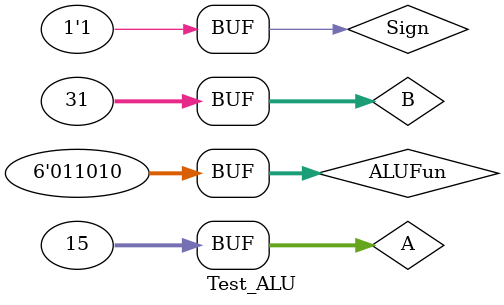
<source format=v>
module ALU(ALUFun,A,B,Sign,Out);
input [5:0]ALUFun;
input [31:0]A,B;
input Sign;
output reg [31:0]Out;
wire [1:0]op;
wire [31:0] S1,S2,S3,S4;
assign op = ALUFun[5:4];
ALU_addsub ALU_addsub1(A,B,ALUFun[0],Sign,S1,Z,V,N);
ALU_CMP ALU_CMP1(Z,V,N,ALUFun[3:1],S2);
ALU_logic ALU_logic1(A,B,ALUFun[3:0],S3);
ALU_shift ALU_shift1(A,B,ALUFun[1:0],S4);
always @(*) begin
	case(op)
	2'b00:Out=S1;
	2'b11:Out=S2;
	2'b01:Out=S3;
	2'b10:Out=S4;
	endcase
end
endmodule

module Test_ALU;
reg [5:0]ALUFun;
reg [31:0]A,B;
reg Sign;
wire [1:0]op;
initial
begin
	ALUFun=6'b011010;
	A=32'd15;
	B=32'd31;
	Sign=1;
end
ALU ZY(ALUFun,A,B,Sign,Out);
endmodule
</source>
